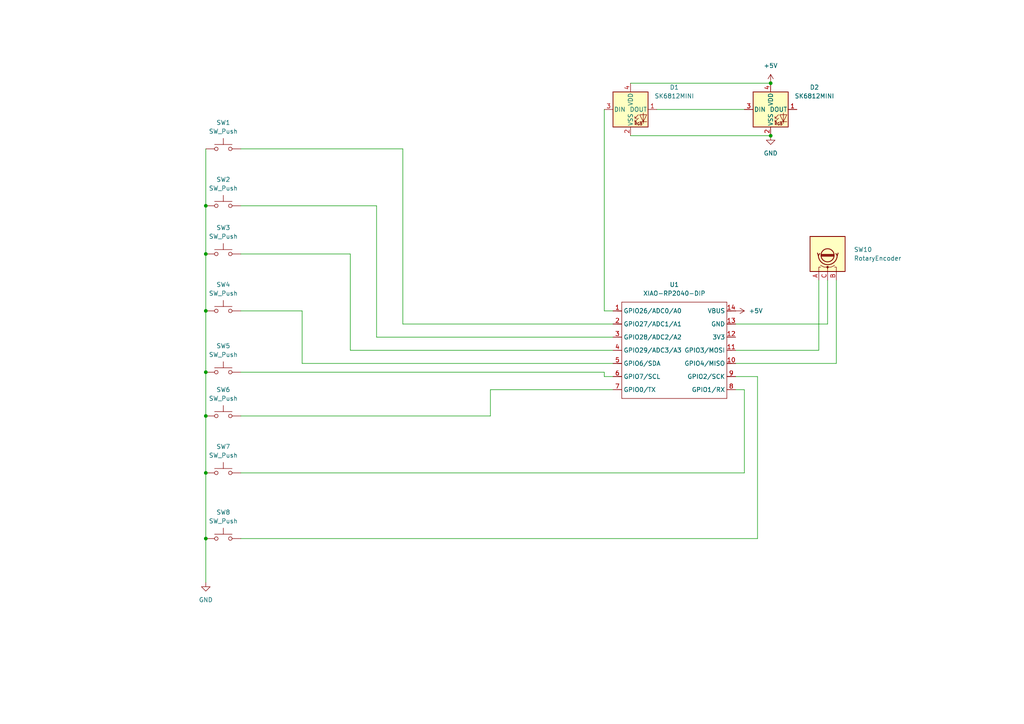
<source format=kicad_sch>
(kicad_sch
	(version 20250114)
	(generator "eeschema")
	(generator_version "9.0")
	(uuid "36b14674-9ff7-4470-8272-845e372f53da")
	(paper "A4")
	(lib_symbols
		(symbol "Device:RotaryEncoder"
			(pin_names
				(offset 0.254)
				(hide yes)
			)
			(exclude_from_sim no)
			(in_bom yes)
			(on_board yes)
			(property "Reference" "SW"
				(at 0 6.604 0)
				(effects
					(font
						(size 1.27 1.27)
					)
				)
			)
			(property "Value" "RotaryEncoder"
				(at 0 -6.604 0)
				(effects
					(font
						(size 1.27 1.27)
					)
				)
			)
			(property "Footprint" ""
				(at -3.81 4.064 0)
				(effects
					(font
						(size 1.27 1.27)
					)
					(hide yes)
				)
			)
			(property "Datasheet" "~"
				(at 0 6.604 0)
				(effects
					(font
						(size 1.27 1.27)
					)
					(hide yes)
				)
			)
			(property "Description" "Rotary encoder, dual channel, incremental quadrate outputs"
				(at 0 0 0)
				(effects
					(font
						(size 1.27 1.27)
					)
					(hide yes)
				)
			)
			(property "ki_keywords" "rotary switch encoder"
				(at 0 0 0)
				(effects
					(font
						(size 1.27 1.27)
					)
					(hide yes)
				)
			)
			(property "ki_fp_filters" "RotaryEncoder*"
				(at 0 0 0)
				(effects
					(font
						(size 1.27 1.27)
					)
					(hide yes)
				)
			)
			(symbol "RotaryEncoder_0_1"
				(rectangle
					(start -5.08 5.08)
					(end 5.08 -5.08)
					(stroke
						(width 0.254)
						(type default)
					)
					(fill
						(type background)
					)
				)
				(polyline
					(pts
						(xy -5.08 2.54) (xy -3.81 2.54) (xy -3.81 2.032)
					)
					(stroke
						(width 0)
						(type default)
					)
					(fill
						(type none)
					)
				)
				(polyline
					(pts
						(xy -5.08 0) (xy -3.81 0) (xy -3.81 -1.016) (xy -3.302 -2.032)
					)
					(stroke
						(width 0)
						(type default)
					)
					(fill
						(type none)
					)
				)
				(polyline
					(pts
						(xy -5.08 -2.54) (xy -3.81 -2.54) (xy -3.81 -2.032)
					)
					(stroke
						(width 0)
						(type default)
					)
					(fill
						(type none)
					)
				)
				(polyline
					(pts
						(xy -4.318 0) (xy -3.81 0) (xy -3.81 1.016) (xy -3.302 2.032)
					)
					(stroke
						(width 0)
						(type default)
					)
					(fill
						(type none)
					)
				)
				(circle
					(center -3.81 0)
					(radius 0.254)
					(stroke
						(width 0)
						(type default)
					)
					(fill
						(type outline)
					)
				)
				(polyline
					(pts
						(xy -0.635 -1.778) (xy -0.635 1.778)
					)
					(stroke
						(width 0.254)
						(type default)
					)
					(fill
						(type none)
					)
				)
				(circle
					(center -0.381 0)
					(radius 1.905)
					(stroke
						(width 0.254)
						(type default)
					)
					(fill
						(type none)
					)
				)
				(polyline
					(pts
						(xy -0.381 -1.778) (xy -0.381 1.778)
					)
					(stroke
						(width 0.254)
						(type default)
					)
					(fill
						(type none)
					)
				)
				(arc
					(start -0.381 -2.794)
					(mid -3.0988 -0.0635)
					(end -0.381 2.667)
					(stroke
						(width 0.254)
						(type default)
					)
					(fill
						(type none)
					)
				)
				(polyline
					(pts
						(xy -0.127 1.778) (xy -0.127 -1.778)
					)
					(stroke
						(width 0.254)
						(type default)
					)
					(fill
						(type none)
					)
				)
				(polyline
					(pts
						(xy 0.254 2.921) (xy -0.508 2.667) (xy 0.127 2.286)
					)
					(stroke
						(width 0.254)
						(type default)
					)
					(fill
						(type none)
					)
				)
				(polyline
					(pts
						(xy 0.254 -3.048) (xy -0.508 -2.794) (xy 0.127 -2.413)
					)
					(stroke
						(width 0.254)
						(type default)
					)
					(fill
						(type none)
					)
				)
			)
			(symbol "RotaryEncoder_1_1"
				(pin passive line
					(at -7.62 2.54 0)
					(length 2.54)
					(name "A"
						(effects
							(font
								(size 1.27 1.27)
							)
						)
					)
					(number "A"
						(effects
							(font
								(size 1.27 1.27)
							)
						)
					)
				)
				(pin passive line
					(at -7.62 0 0)
					(length 2.54)
					(name "C"
						(effects
							(font
								(size 1.27 1.27)
							)
						)
					)
					(number "C"
						(effects
							(font
								(size 1.27 1.27)
							)
						)
					)
				)
				(pin passive line
					(at -7.62 -2.54 0)
					(length 2.54)
					(name "B"
						(effects
							(font
								(size 1.27 1.27)
							)
						)
					)
					(number "B"
						(effects
							(font
								(size 1.27 1.27)
							)
						)
					)
				)
			)
			(embedded_fonts no)
		)
		(symbol "LED:SK6812MINI"
			(pin_names
				(offset 0.254)
			)
			(exclude_from_sim no)
			(in_bom yes)
			(on_board yes)
			(property "Reference" "D"
				(at 5.08 5.715 0)
				(effects
					(font
						(size 1.27 1.27)
					)
					(justify right bottom)
				)
			)
			(property "Value" "SK6812MINI"
				(at 1.27 -5.715 0)
				(effects
					(font
						(size 1.27 1.27)
					)
					(justify left top)
				)
			)
			(property "Footprint" "LED_SMD:LED_SK6812MINI_PLCC4_3.5x3.5mm_P1.75mm"
				(at 1.27 -7.62 0)
				(effects
					(font
						(size 1.27 1.27)
					)
					(justify left top)
					(hide yes)
				)
			)
			(property "Datasheet" "https://cdn-shop.adafruit.com/product-files/2686/SK6812MINI_REV.01-1-2.pdf"
				(at 2.54 -9.525 0)
				(effects
					(font
						(size 1.27 1.27)
					)
					(justify left top)
					(hide yes)
				)
			)
			(property "Description" "RGB LED with integrated controller"
				(at 0 0 0)
				(effects
					(font
						(size 1.27 1.27)
					)
					(hide yes)
				)
			)
			(property "ki_keywords" "RGB LED NeoPixel Mini addressable"
				(at 0 0 0)
				(effects
					(font
						(size 1.27 1.27)
					)
					(hide yes)
				)
			)
			(property "ki_fp_filters" "LED*SK6812MINI*PLCC*3.5x3.5mm*P1.75mm*"
				(at 0 0 0)
				(effects
					(font
						(size 1.27 1.27)
					)
					(hide yes)
				)
			)
			(symbol "SK6812MINI_0_0"
				(text "RGB"
					(at 2.286 -4.191 0)
					(effects
						(font
							(size 0.762 0.762)
						)
					)
				)
			)
			(symbol "SK6812MINI_0_1"
				(polyline
					(pts
						(xy 1.27 -2.54) (xy 1.778 -2.54)
					)
					(stroke
						(width 0)
						(type default)
					)
					(fill
						(type none)
					)
				)
				(polyline
					(pts
						(xy 1.27 -3.556) (xy 1.778 -3.556)
					)
					(stroke
						(width 0)
						(type default)
					)
					(fill
						(type none)
					)
				)
				(polyline
					(pts
						(xy 2.286 -1.524) (xy 1.27 -2.54) (xy 1.27 -2.032)
					)
					(stroke
						(width 0)
						(type default)
					)
					(fill
						(type none)
					)
				)
				(polyline
					(pts
						(xy 2.286 -2.54) (xy 1.27 -3.556) (xy 1.27 -3.048)
					)
					(stroke
						(width 0)
						(type default)
					)
					(fill
						(type none)
					)
				)
				(polyline
					(pts
						(xy 3.683 -1.016) (xy 3.683 -3.556) (xy 3.683 -4.064)
					)
					(stroke
						(width 0)
						(type default)
					)
					(fill
						(type none)
					)
				)
				(polyline
					(pts
						(xy 4.699 -1.524) (xy 2.667 -1.524) (xy 3.683 -3.556) (xy 4.699 -1.524)
					)
					(stroke
						(width 0)
						(type default)
					)
					(fill
						(type none)
					)
				)
				(polyline
					(pts
						(xy 4.699 -3.556) (xy 2.667 -3.556)
					)
					(stroke
						(width 0)
						(type default)
					)
					(fill
						(type none)
					)
				)
				(rectangle
					(start 5.08 5.08)
					(end -5.08 -5.08)
					(stroke
						(width 0.254)
						(type default)
					)
					(fill
						(type background)
					)
				)
			)
			(symbol "SK6812MINI_1_1"
				(pin input line
					(at -7.62 0 0)
					(length 2.54)
					(name "DIN"
						(effects
							(font
								(size 1.27 1.27)
							)
						)
					)
					(number "3"
						(effects
							(font
								(size 1.27 1.27)
							)
						)
					)
				)
				(pin power_in line
					(at 0 7.62 270)
					(length 2.54)
					(name "VDD"
						(effects
							(font
								(size 1.27 1.27)
							)
						)
					)
					(number "4"
						(effects
							(font
								(size 1.27 1.27)
							)
						)
					)
				)
				(pin power_in line
					(at 0 -7.62 90)
					(length 2.54)
					(name "VSS"
						(effects
							(font
								(size 1.27 1.27)
							)
						)
					)
					(number "2"
						(effects
							(font
								(size 1.27 1.27)
							)
						)
					)
				)
				(pin output line
					(at 7.62 0 180)
					(length 2.54)
					(name "DOUT"
						(effects
							(font
								(size 1.27 1.27)
							)
						)
					)
					(number "1"
						(effects
							(font
								(size 1.27 1.27)
							)
						)
					)
				)
			)
			(embedded_fonts no)
		)
		(symbol "Seeed_Studio_XIAO_Series:XIAO-RP2040-DIP"
			(exclude_from_sim no)
			(in_bom yes)
			(on_board yes)
			(property "Reference" "U"
				(at 0 0 0)
				(effects
					(font
						(size 1.27 1.27)
					)
				)
			)
			(property "Value" "XIAO-RP2040-DIP"
				(at 5.334 -1.778 0)
				(effects
					(font
						(size 1.27 1.27)
					)
				)
			)
			(property "Footprint" "Module:MOUDLE14P-XIAO-DIP-SMD"
				(at 14.478 -32.258 0)
				(effects
					(font
						(size 1.27 1.27)
					)
					(hide yes)
				)
			)
			(property "Datasheet" ""
				(at 0 0 0)
				(effects
					(font
						(size 1.27 1.27)
					)
					(hide yes)
				)
			)
			(property "Description" ""
				(at 0 0 0)
				(effects
					(font
						(size 1.27 1.27)
					)
					(hide yes)
				)
			)
			(symbol "XIAO-RP2040-DIP_1_0"
				(polyline
					(pts
						(xy -1.27 -2.54) (xy 29.21 -2.54)
					)
					(stroke
						(width 0.1524)
						(type solid)
					)
					(fill
						(type none)
					)
				)
				(polyline
					(pts
						(xy -1.27 -5.08) (xy -2.54 -5.08)
					)
					(stroke
						(width 0.1524)
						(type solid)
					)
					(fill
						(type none)
					)
				)
				(polyline
					(pts
						(xy -1.27 -5.08) (xy -1.27 -2.54)
					)
					(stroke
						(width 0.1524)
						(type solid)
					)
					(fill
						(type none)
					)
				)
				(polyline
					(pts
						(xy -1.27 -8.89) (xy -2.54 -8.89)
					)
					(stroke
						(width 0.1524)
						(type solid)
					)
					(fill
						(type none)
					)
				)
				(polyline
					(pts
						(xy -1.27 -8.89) (xy -1.27 -5.08)
					)
					(stroke
						(width 0.1524)
						(type solid)
					)
					(fill
						(type none)
					)
				)
				(polyline
					(pts
						(xy -1.27 -12.7) (xy -2.54 -12.7)
					)
					(stroke
						(width 0.1524)
						(type solid)
					)
					(fill
						(type none)
					)
				)
				(polyline
					(pts
						(xy -1.27 -12.7) (xy -1.27 -8.89)
					)
					(stroke
						(width 0.1524)
						(type solid)
					)
					(fill
						(type none)
					)
				)
				(polyline
					(pts
						(xy -1.27 -16.51) (xy -2.54 -16.51)
					)
					(stroke
						(width 0.1524)
						(type solid)
					)
					(fill
						(type none)
					)
				)
				(polyline
					(pts
						(xy -1.27 -16.51) (xy -1.27 -12.7)
					)
					(stroke
						(width 0.1524)
						(type solid)
					)
					(fill
						(type none)
					)
				)
				(polyline
					(pts
						(xy -1.27 -20.32) (xy -2.54 -20.32)
					)
					(stroke
						(width 0.1524)
						(type solid)
					)
					(fill
						(type none)
					)
				)
				(polyline
					(pts
						(xy -1.27 -24.13) (xy -2.54 -24.13)
					)
					(stroke
						(width 0.1524)
						(type solid)
					)
					(fill
						(type none)
					)
				)
				(polyline
					(pts
						(xy -1.27 -27.94) (xy -2.54 -27.94)
					)
					(stroke
						(width 0.1524)
						(type solid)
					)
					(fill
						(type none)
					)
				)
				(polyline
					(pts
						(xy -1.27 -30.48) (xy -1.27 -16.51)
					)
					(stroke
						(width 0.1524)
						(type solid)
					)
					(fill
						(type none)
					)
				)
				(polyline
					(pts
						(xy 29.21 -2.54) (xy 29.21 -5.08)
					)
					(stroke
						(width 0.1524)
						(type solid)
					)
					(fill
						(type none)
					)
				)
				(polyline
					(pts
						(xy 29.21 -5.08) (xy 29.21 -8.89)
					)
					(stroke
						(width 0.1524)
						(type solid)
					)
					(fill
						(type none)
					)
				)
				(polyline
					(pts
						(xy 29.21 -8.89) (xy 29.21 -12.7)
					)
					(stroke
						(width 0.1524)
						(type solid)
					)
					(fill
						(type none)
					)
				)
				(polyline
					(pts
						(xy 29.21 -12.7) (xy 29.21 -30.48)
					)
					(stroke
						(width 0.1524)
						(type solid)
					)
					(fill
						(type none)
					)
				)
				(polyline
					(pts
						(xy 29.21 -30.48) (xy -1.27 -30.48)
					)
					(stroke
						(width 0.1524)
						(type solid)
					)
					(fill
						(type none)
					)
				)
				(polyline
					(pts
						(xy 30.48 -5.08) (xy 29.21 -5.08)
					)
					(stroke
						(width 0.1524)
						(type solid)
					)
					(fill
						(type none)
					)
				)
				(polyline
					(pts
						(xy 30.48 -8.89) (xy 29.21 -8.89)
					)
					(stroke
						(width 0.1524)
						(type solid)
					)
					(fill
						(type none)
					)
				)
				(polyline
					(pts
						(xy 30.48 -12.7) (xy 29.21 -12.7)
					)
					(stroke
						(width 0.1524)
						(type solid)
					)
					(fill
						(type none)
					)
				)
				(polyline
					(pts
						(xy 30.48 -16.51) (xy 29.21 -16.51)
					)
					(stroke
						(width 0.1524)
						(type solid)
					)
					(fill
						(type none)
					)
				)
				(polyline
					(pts
						(xy 30.48 -20.32) (xy 29.21 -20.32)
					)
					(stroke
						(width 0.1524)
						(type solid)
					)
					(fill
						(type none)
					)
				)
				(polyline
					(pts
						(xy 30.48 -24.13) (xy 29.21 -24.13)
					)
					(stroke
						(width 0.1524)
						(type solid)
					)
					(fill
						(type none)
					)
				)
				(polyline
					(pts
						(xy 30.48 -27.94) (xy 29.21 -27.94)
					)
					(stroke
						(width 0.1524)
						(type solid)
					)
					(fill
						(type none)
					)
				)
				(pin passive line
					(at -3.81 -5.08 0)
					(length 2.54)
					(name "GPIO26/ADC0/A0"
						(effects
							(font
								(size 1.27 1.27)
							)
						)
					)
					(number "1"
						(effects
							(font
								(size 1.27 1.27)
							)
						)
					)
				)
				(pin passive line
					(at -3.81 -8.89 0)
					(length 2.54)
					(name "GPIO27/ADC1/A1"
						(effects
							(font
								(size 1.27 1.27)
							)
						)
					)
					(number "2"
						(effects
							(font
								(size 1.27 1.27)
							)
						)
					)
				)
				(pin passive line
					(at -3.81 -12.7 0)
					(length 2.54)
					(name "GPIO28/ADC2/A2"
						(effects
							(font
								(size 1.27 1.27)
							)
						)
					)
					(number "3"
						(effects
							(font
								(size 1.27 1.27)
							)
						)
					)
				)
				(pin passive line
					(at -3.81 -16.51 0)
					(length 2.54)
					(name "GPIO29/ADC3/A3"
						(effects
							(font
								(size 1.27 1.27)
							)
						)
					)
					(number "4"
						(effects
							(font
								(size 1.27 1.27)
							)
						)
					)
				)
				(pin passive line
					(at -3.81 -20.32 0)
					(length 2.54)
					(name "GPIO6/SDA"
						(effects
							(font
								(size 1.27 1.27)
							)
						)
					)
					(number "5"
						(effects
							(font
								(size 1.27 1.27)
							)
						)
					)
				)
				(pin passive line
					(at -3.81 -24.13 0)
					(length 2.54)
					(name "GPIO7/SCL"
						(effects
							(font
								(size 1.27 1.27)
							)
						)
					)
					(number "6"
						(effects
							(font
								(size 1.27 1.27)
							)
						)
					)
				)
				(pin passive line
					(at -3.81 -27.94 0)
					(length 2.54)
					(name "GPIO0/TX"
						(effects
							(font
								(size 1.27 1.27)
							)
						)
					)
					(number "7"
						(effects
							(font
								(size 1.27 1.27)
							)
						)
					)
				)
				(pin passive line
					(at 31.75 -5.08 180)
					(length 2.54)
					(name "VBUS"
						(effects
							(font
								(size 1.27 1.27)
							)
						)
					)
					(number "14"
						(effects
							(font
								(size 1.27 1.27)
							)
						)
					)
				)
				(pin passive line
					(at 31.75 -8.89 180)
					(length 2.54)
					(name "GND"
						(effects
							(font
								(size 1.27 1.27)
							)
						)
					)
					(number "13"
						(effects
							(font
								(size 1.27 1.27)
							)
						)
					)
				)
				(pin passive line
					(at 31.75 -12.7 180)
					(length 2.54)
					(name "3V3"
						(effects
							(font
								(size 1.27 1.27)
							)
						)
					)
					(number "12"
						(effects
							(font
								(size 1.27 1.27)
							)
						)
					)
				)
				(pin passive line
					(at 31.75 -16.51 180)
					(length 2.54)
					(name "GPIO3/MOSI"
						(effects
							(font
								(size 1.27 1.27)
							)
						)
					)
					(number "11"
						(effects
							(font
								(size 1.27 1.27)
							)
						)
					)
				)
				(pin passive line
					(at 31.75 -20.32 180)
					(length 2.54)
					(name "GPIO4/MISO"
						(effects
							(font
								(size 1.27 1.27)
							)
						)
					)
					(number "10"
						(effects
							(font
								(size 1.27 1.27)
							)
						)
					)
				)
				(pin passive line
					(at 31.75 -24.13 180)
					(length 2.54)
					(name "GPIO2/SCK"
						(effects
							(font
								(size 1.27 1.27)
							)
						)
					)
					(number "9"
						(effects
							(font
								(size 1.27 1.27)
							)
						)
					)
				)
				(pin passive line
					(at 31.75 -27.94 180)
					(length 2.54)
					(name "GPIO1/RX"
						(effects
							(font
								(size 1.27 1.27)
							)
						)
					)
					(number "8"
						(effects
							(font
								(size 1.27 1.27)
							)
						)
					)
				)
			)
			(embedded_fonts no)
		)
		(symbol "Switch:SW_Push"
			(pin_numbers
				(hide yes)
			)
			(pin_names
				(offset 1.016)
				(hide yes)
			)
			(exclude_from_sim no)
			(in_bom yes)
			(on_board yes)
			(property "Reference" "SW"
				(at 1.27 2.54 0)
				(effects
					(font
						(size 1.27 1.27)
					)
					(justify left)
				)
			)
			(property "Value" "SW_Push"
				(at 0 -1.524 0)
				(effects
					(font
						(size 1.27 1.27)
					)
				)
			)
			(property "Footprint" ""
				(at 0 5.08 0)
				(effects
					(font
						(size 1.27 1.27)
					)
					(hide yes)
				)
			)
			(property "Datasheet" "~"
				(at 0 5.08 0)
				(effects
					(font
						(size 1.27 1.27)
					)
					(hide yes)
				)
			)
			(property "Description" "Push button switch, generic, two pins"
				(at 0 0 0)
				(effects
					(font
						(size 1.27 1.27)
					)
					(hide yes)
				)
			)
			(property "ki_keywords" "switch normally-open pushbutton push-button"
				(at 0 0 0)
				(effects
					(font
						(size 1.27 1.27)
					)
					(hide yes)
				)
			)
			(symbol "SW_Push_0_1"
				(circle
					(center -2.032 0)
					(radius 0.508)
					(stroke
						(width 0)
						(type default)
					)
					(fill
						(type none)
					)
				)
				(polyline
					(pts
						(xy 0 1.27) (xy 0 3.048)
					)
					(stroke
						(width 0)
						(type default)
					)
					(fill
						(type none)
					)
				)
				(circle
					(center 2.032 0)
					(radius 0.508)
					(stroke
						(width 0)
						(type default)
					)
					(fill
						(type none)
					)
				)
				(polyline
					(pts
						(xy 2.54 1.27) (xy -2.54 1.27)
					)
					(stroke
						(width 0)
						(type default)
					)
					(fill
						(type none)
					)
				)
				(pin passive line
					(at -5.08 0 0)
					(length 2.54)
					(name "1"
						(effects
							(font
								(size 1.27 1.27)
							)
						)
					)
					(number "1"
						(effects
							(font
								(size 1.27 1.27)
							)
						)
					)
				)
				(pin passive line
					(at 5.08 0 180)
					(length 2.54)
					(name "2"
						(effects
							(font
								(size 1.27 1.27)
							)
						)
					)
					(number "2"
						(effects
							(font
								(size 1.27 1.27)
							)
						)
					)
				)
			)
			(embedded_fonts no)
		)
		(symbol "power:+5V"
			(power)
			(pin_numbers
				(hide yes)
			)
			(pin_names
				(offset 0)
				(hide yes)
			)
			(exclude_from_sim no)
			(in_bom yes)
			(on_board yes)
			(property "Reference" "#PWR"
				(at 0 -3.81 0)
				(effects
					(font
						(size 1.27 1.27)
					)
					(hide yes)
				)
			)
			(property "Value" "+5V"
				(at 0 3.556 0)
				(effects
					(font
						(size 1.27 1.27)
					)
				)
			)
			(property "Footprint" ""
				(at 0 0 0)
				(effects
					(font
						(size 1.27 1.27)
					)
					(hide yes)
				)
			)
			(property "Datasheet" ""
				(at 0 0 0)
				(effects
					(font
						(size 1.27 1.27)
					)
					(hide yes)
				)
			)
			(property "Description" "Power symbol creates a global label with name \"+5V\""
				(at 0 0 0)
				(effects
					(font
						(size 1.27 1.27)
					)
					(hide yes)
				)
			)
			(property "ki_keywords" "global power"
				(at 0 0 0)
				(effects
					(font
						(size 1.27 1.27)
					)
					(hide yes)
				)
			)
			(symbol "+5V_0_1"
				(polyline
					(pts
						(xy -0.762 1.27) (xy 0 2.54)
					)
					(stroke
						(width 0)
						(type default)
					)
					(fill
						(type none)
					)
				)
				(polyline
					(pts
						(xy 0 2.54) (xy 0.762 1.27)
					)
					(stroke
						(width 0)
						(type default)
					)
					(fill
						(type none)
					)
				)
				(polyline
					(pts
						(xy 0 0) (xy 0 2.54)
					)
					(stroke
						(width 0)
						(type default)
					)
					(fill
						(type none)
					)
				)
			)
			(symbol "+5V_1_1"
				(pin power_in line
					(at 0 0 90)
					(length 0)
					(name "~"
						(effects
							(font
								(size 1.27 1.27)
							)
						)
					)
					(number "1"
						(effects
							(font
								(size 1.27 1.27)
							)
						)
					)
				)
			)
			(embedded_fonts no)
		)
		(symbol "power:GND"
			(power)
			(pin_numbers
				(hide yes)
			)
			(pin_names
				(offset 0)
				(hide yes)
			)
			(exclude_from_sim no)
			(in_bom yes)
			(on_board yes)
			(property "Reference" "#PWR"
				(at 0 -6.35 0)
				(effects
					(font
						(size 1.27 1.27)
					)
					(hide yes)
				)
			)
			(property "Value" "GND"
				(at 0 -3.81 0)
				(effects
					(font
						(size 1.27 1.27)
					)
				)
			)
			(property "Footprint" ""
				(at 0 0 0)
				(effects
					(font
						(size 1.27 1.27)
					)
					(hide yes)
				)
			)
			(property "Datasheet" ""
				(at 0 0 0)
				(effects
					(font
						(size 1.27 1.27)
					)
					(hide yes)
				)
			)
			(property "Description" "Power symbol creates a global label with name \"GND\" , ground"
				(at 0 0 0)
				(effects
					(font
						(size 1.27 1.27)
					)
					(hide yes)
				)
			)
			(property "ki_keywords" "global power"
				(at 0 0 0)
				(effects
					(font
						(size 1.27 1.27)
					)
					(hide yes)
				)
			)
			(symbol "GND_0_1"
				(polyline
					(pts
						(xy 0 0) (xy 0 -1.27) (xy 1.27 -1.27) (xy 0 -2.54) (xy -1.27 -1.27) (xy 0 -1.27)
					)
					(stroke
						(width 0)
						(type default)
					)
					(fill
						(type none)
					)
				)
			)
			(symbol "GND_1_1"
				(pin power_in line
					(at 0 0 270)
					(length 0)
					(name "~"
						(effects
							(font
								(size 1.27 1.27)
							)
						)
					)
					(number "1"
						(effects
							(font
								(size 1.27 1.27)
							)
						)
					)
				)
			)
			(embedded_fonts no)
		)
	)
	(junction
		(at 59.69 73.66)
		(diameter 0)
		(color 0 0 0 0)
		(uuid "5789150b-aa9f-448f-860f-3a3f2faa8b44")
	)
	(junction
		(at 59.69 156.21)
		(diameter 0)
		(color 0 0 0 0)
		(uuid "5a5d3472-f7ec-4de5-9fd8-657cbaa64f62")
	)
	(junction
		(at 59.69 59.69)
		(diameter 0)
		(color 0 0 0 0)
		(uuid "8d5a93f4-a8bb-4434-8043-d794b0febcdf")
	)
	(junction
		(at 59.69 107.95)
		(diameter 0)
		(color 0 0 0 0)
		(uuid "b21b2eb5-71f6-494f-852a-a4f8278b9ab2")
	)
	(junction
		(at 223.52 39.37)
		(diameter 0)
		(color 0 0 0 0)
		(uuid "b6dff0a3-b979-4c2a-8e00-5811d3b192a2")
	)
	(junction
		(at 59.69 137.16)
		(diameter 0)
		(color 0 0 0 0)
		(uuid "c861a116-5a1d-4317-81a6-c9bd9c859891")
	)
	(junction
		(at 59.69 90.17)
		(diameter 0)
		(color 0 0 0 0)
		(uuid "f0d00373-f921-4806-b0d5-d0a1a8d0172d")
	)
	(junction
		(at 223.52 24.13)
		(diameter 0)
		(color 0 0 0 0)
		(uuid "f9b52c90-e4dc-48c2-9814-d5dc57535eb0")
	)
	(junction
		(at 59.69 120.65)
		(diameter 0)
		(color 0 0 0 0)
		(uuid "fa41876c-583d-4d9a-a1f7-4496459e2c2d")
	)
	(wire
		(pts
			(xy 59.69 90.17) (xy 59.69 107.95)
		)
		(stroke
			(width 0)
			(type default)
		)
		(uuid "00491b03-eb2c-4c6d-b330-986ebe540b03")
	)
	(wire
		(pts
			(xy 87.63 105.41) (xy 177.8 105.41)
		)
		(stroke
			(width 0)
			(type default)
		)
		(uuid "09e1af81-7e23-4bb2-ac67-aa8d3b539f1d")
	)
	(wire
		(pts
			(xy 175.26 31.75) (xy 175.26 90.17)
		)
		(stroke
			(width 0)
			(type default)
		)
		(uuid "192598d0-d88b-45d1-b500-a80f82993806")
	)
	(wire
		(pts
			(xy 242.57 81.28) (xy 242.57 105.41)
		)
		(stroke
			(width 0)
			(type default)
		)
		(uuid "1c2ed1a7-52bc-4a60-a291-05ad2516646c")
	)
	(wire
		(pts
			(xy 142.24 120.65) (xy 142.24 113.03)
		)
		(stroke
			(width 0)
			(type default)
		)
		(uuid "26ca03b0-53f6-4d43-9aa5-ab47d8647fea")
	)
	(wire
		(pts
			(xy 142.24 113.03) (xy 177.8 113.03)
		)
		(stroke
			(width 0)
			(type default)
		)
		(uuid "443e1314-dd75-46bb-a542-7be2c895e95e")
	)
	(wire
		(pts
			(xy 101.6 101.6) (xy 177.8 101.6)
		)
		(stroke
			(width 0)
			(type default)
		)
		(uuid "4c0ea8b9-30e4-4c5c-97a1-aa36e0820c29")
	)
	(wire
		(pts
			(xy 182.88 24.13) (xy 223.52 24.13)
		)
		(stroke
			(width 0)
			(type default)
		)
		(uuid "56128601-b3e4-4f34-b8fa-8c2b6d4b8a4f")
	)
	(wire
		(pts
			(xy 215.9 137.16) (xy 215.9 113.03)
		)
		(stroke
			(width 0)
			(type default)
		)
		(uuid "5b0a83a8-536d-45be-a74a-0f4facf4a884")
	)
	(wire
		(pts
			(xy 59.69 120.65) (xy 59.69 137.16)
		)
		(stroke
			(width 0)
			(type default)
		)
		(uuid "5bb90a7c-e4e7-4a05-bf57-66ee906f0ac6")
	)
	(wire
		(pts
			(xy 69.85 120.65) (xy 142.24 120.65)
		)
		(stroke
			(width 0)
			(type default)
		)
		(uuid "5f3641a1-1ea7-4dbd-ad76-c1d2b6029e3b")
	)
	(wire
		(pts
			(xy 116.84 43.18) (xy 116.84 93.98)
		)
		(stroke
			(width 0)
			(type default)
		)
		(uuid "60c70f21-bcf2-489a-94de-be1a1764bc66")
	)
	(wire
		(pts
			(xy 175.26 107.95) (xy 175.26 109.22)
		)
		(stroke
			(width 0)
			(type default)
		)
		(uuid "78204101-3b5e-4573-a175-83a1af7c526c")
	)
	(wire
		(pts
			(xy 213.36 105.41) (xy 242.57 105.41)
		)
		(stroke
			(width 0)
			(type default)
		)
		(uuid "798c772c-6a65-48bc-b1e2-fa2a8f761887")
	)
	(wire
		(pts
			(xy 87.63 105.41) (xy 87.63 90.17)
		)
		(stroke
			(width 0)
			(type default)
		)
		(uuid "7b498c5e-0a2d-478b-862b-cede16fcf1ef")
	)
	(wire
		(pts
			(xy 237.49 81.28) (xy 237.49 101.6)
		)
		(stroke
			(width 0)
			(type default)
		)
		(uuid "84bca57a-d7ea-47e8-b040-046a0d853e92")
	)
	(wire
		(pts
			(xy 109.22 97.79) (xy 177.8 97.79)
		)
		(stroke
			(width 0)
			(type default)
		)
		(uuid "85beb590-c44b-437b-9cea-1e5a827f8f7f")
	)
	(wire
		(pts
			(xy 175.26 90.17) (xy 177.8 90.17)
		)
		(stroke
			(width 0)
			(type default)
		)
		(uuid "8743b3de-a312-48c0-b32f-d2fee5ed7bbb")
	)
	(wire
		(pts
			(xy 69.85 156.21) (xy 219.71 156.21)
		)
		(stroke
			(width 0)
			(type default)
		)
		(uuid "8a0560d0-dba6-444a-b78b-03b1f0df87a2")
	)
	(wire
		(pts
			(xy 175.26 109.22) (xy 177.8 109.22)
		)
		(stroke
			(width 0)
			(type default)
		)
		(uuid "8c7521c4-8c88-4743-b880-7f32897d683d")
	)
	(wire
		(pts
			(xy 219.71 156.21) (xy 219.71 109.22)
		)
		(stroke
			(width 0)
			(type default)
		)
		(uuid "8fc4182f-036e-4bcf-92bc-ea7cffef97d3")
	)
	(wire
		(pts
			(xy 109.22 59.69) (xy 109.22 97.79)
		)
		(stroke
			(width 0)
			(type default)
		)
		(uuid "930b6e70-9c77-40a0-8d5f-b5e7d35f0054")
	)
	(wire
		(pts
			(xy 182.88 39.37) (xy 223.52 39.37)
		)
		(stroke
			(width 0)
			(type default)
		)
		(uuid "942bfd31-1dd5-4eb3-ac10-5107b2a7172b")
	)
	(wire
		(pts
			(xy 101.6 73.66) (xy 101.6 101.6)
		)
		(stroke
			(width 0)
			(type default)
		)
		(uuid "9a713b40-18ee-4450-971e-cd6eaf02c640")
	)
	(wire
		(pts
			(xy 69.85 59.69) (xy 109.22 59.69)
		)
		(stroke
			(width 0)
			(type default)
		)
		(uuid "9ae9e747-4079-4117-a775-94a33d3ef50c")
	)
	(wire
		(pts
			(xy 87.63 90.17) (xy 69.85 90.17)
		)
		(stroke
			(width 0)
			(type default)
		)
		(uuid "a06090e5-81ed-4ff7-ba8b-069c075d450d")
	)
	(wire
		(pts
			(xy 213.36 109.22) (xy 219.71 109.22)
		)
		(stroke
			(width 0)
			(type default)
		)
		(uuid "abf16745-05e6-4b11-92fd-f371d2ebcffb")
	)
	(wire
		(pts
			(xy 59.69 59.69) (xy 59.69 73.66)
		)
		(stroke
			(width 0)
			(type default)
		)
		(uuid "ac500a00-be66-49d7-9410-1604f1d5ec71")
	)
	(wire
		(pts
			(xy 59.69 156.21) (xy 59.69 168.91)
		)
		(stroke
			(width 0)
			(type default)
		)
		(uuid "b3268b4d-34a1-423b-a05e-70b83215526e")
	)
	(wire
		(pts
			(xy 240.03 93.98) (xy 240.03 81.28)
		)
		(stroke
			(width 0)
			(type default)
		)
		(uuid "b915442e-cb08-4521-98f2-6f19b5fb76d5")
	)
	(wire
		(pts
			(xy 69.85 107.95) (xy 175.26 107.95)
		)
		(stroke
			(width 0)
			(type default)
		)
		(uuid "b9685547-3e15-4a34-b5aa-7bbc481788b8")
	)
	(wire
		(pts
			(xy 59.69 137.16) (xy 59.69 156.21)
		)
		(stroke
			(width 0)
			(type default)
		)
		(uuid "bb8d22b5-9174-4e67-a8d3-173cd9de5e47")
	)
	(wire
		(pts
			(xy 116.84 93.98) (xy 177.8 93.98)
		)
		(stroke
			(width 0)
			(type default)
		)
		(uuid "be8202df-2151-4b5a-92ed-67d19dd9966b")
	)
	(wire
		(pts
			(xy 69.85 43.18) (xy 116.84 43.18)
		)
		(stroke
			(width 0)
			(type default)
		)
		(uuid "c07fcd0d-9f75-4d31-bec2-bad2571b3bba")
	)
	(wire
		(pts
			(xy 190.5 31.75) (xy 215.9 31.75)
		)
		(stroke
			(width 0)
			(type default)
		)
		(uuid "c7d3e88e-2689-4b12-a1a1-27e04f554f0c")
	)
	(wire
		(pts
			(xy 69.85 137.16) (xy 215.9 137.16)
		)
		(stroke
			(width 0)
			(type default)
		)
		(uuid "cd9cfcac-1f3e-4cde-a1b5-e146c3d16135")
	)
	(wire
		(pts
			(xy 213.36 101.6) (xy 237.49 101.6)
		)
		(stroke
			(width 0)
			(type default)
		)
		(uuid "d885202e-492d-44fd-baec-262afcadb5ab")
	)
	(wire
		(pts
			(xy 213.36 113.03) (xy 215.9 113.03)
		)
		(stroke
			(width 0)
			(type default)
		)
		(uuid "d92cbc2a-fd77-4d25-9aeb-64ed82930286")
	)
	(wire
		(pts
			(xy 213.36 93.98) (xy 240.03 93.98)
		)
		(stroke
			(width 0)
			(type default)
		)
		(uuid "da9f7f8a-f3e0-4a65-af0e-f89305d2813f")
	)
	(wire
		(pts
			(xy 69.85 73.66) (xy 101.6 73.66)
		)
		(stroke
			(width 0)
			(type default)
		)
		(uuid "dd57bb97-db2f-4e14-82f9-0a82b86ca0c0")
	)
	(wire
		(pts
			(xy 59.69 43.18) (xy 59.69 59.69)
		)
		(stroke
			(width 0)
			(type default)
		)
		(uuid "dedc68e6-1123-4a8a-bf64-10721968f377")
	)
	(wire
		(pts
			(xy 59.69 107.95) (xy 59.69 120.65)
		)
		(stroke
			(width 0)
			(type default)
		)
		(uuid "e3c6a5ae-5d95-40fa-b016-c809cf7b871e")
	)
	(wire
		(pts
			(xy 59.69 73.66) (xy 59.69 90.17)
		)
		(stroke
			(width 0)
			(type default)
		)
		(uuid "f46656b2-4acb-4fe5-9075-98deb2d0ef68")
	)
	(symbol
		(lib_id "power:GND")
		(at 59.69 168.91 0)
		(unit 1)
		(exclude_from_sim no)
		(in_bom yes)
		(on_board yes)
		(dnp no)
		(fields_autoplaced yes)
		(uuid "273c59d4-525d-4f68-9516-336994a0e6eb")
		(property "Reference" "#PWR01"
			(at 59.69 175.26 0)
			(effects
				(font
					(size 1.27 1.27)
				)
				(hide yes)
			)
		)
		(property "Value" "GND"
			(at 59.69 173.99 0)
			(effects
				(font
					(size 1.27 1.27)
				)
			)
		)
		(property "Footprint" ""
			(at 59.69 168.91 0)
			(effects
				(font
					(size 1.27 1.27)
				)
				(hide yes)
			)
		)
		(property "Datasheet" ""
			(at 59.69 168.91 0)
			(effects
				(font
					(size 1.27 1.27)
				)
				(hide yes)
			)
		)
		(property "Description" "Power symbol creates a global label with name \"GND\" , ground"
			(at 59.69 168.91 0)
			(effects
				(font
					(size 1.27 1.27)
				)
				(hide yes)
			)
		)
		(pin "1"
			(uuid "bdc8e17a-4acb-4554-9012-2fd74244efb1")
		)
		(instances
			(project "Macropad4"
				(path "/36b14674-9ff7-4470-8272-845e372f53da"
					(reference "#PWR01")
					(unit 1)
				)
			)
		)
	)
	(symbol
		(lib_id "Switch:SW_Push")
		(at 64.77 59.69 0)
		(unit 1)
		(exclude_from_sim no)
		(in_bom yes)
		(on_board yes)
		(dnp no)
		(fields_autoplaced yes)
		(uuid "480369c8-9b62-4b8a-96a0-6bf4c4d75fd3")
		(property "Reference" "SW2"
			(at 64.77 52.07 0)
			(effects
				(font
					(size 1.27 1.27)
				)
			)
		)
		(property "Value" "SW_Push"
			(at 64.77 54.61 0)
			(effects
				(font
					(size 1.27 1.27)
				)
			)
		)
		(property "Footprint" "Button_Switch_Keyboard:SW_Cherry_MX_1.00u_PCB"
			(at 64.77 54.61 0)
			(effects
				(font
					(size 1.27 1.27)
				)
				(hide yes)
			)
		)
		(property "Datasheet" "~"
			(at 64.77 54.61 0)
			(effects
				(font
					(size 1.27 1.27)
				)
				(hide yes)
			)
		)
		(property "Description" "Push button switch, generic, two pins"
			(at 64.77 59.69 0)
			(effects
				(font
					(size 1.27 1.27)
				)
				(hide yes)
			)
		)
		(pin "2"
			(uuid "c2826454-fd90-4f17-aab5-0e93ef8e005b")
		)
		(pin "1"
			(uuid "4687e2cb-d473-40c4-91dc-5ed7c052138c")
		)
		(instances
			(project "Macropad4"
				(path "/36b14674-9ff7-4470-8272-845e372f53da"
					(reference "SW2")
					(unit 1)
				)
			)
		)
	)
	(symbol
		(lib_id "power:GND")
		(at 223.52 39.37 0)
		(unit 1)
		(exclude_from_sim no)
		(in_bom yes)
		(on_board yes)
		(dnp no)
		(fields_autoplaced yes)
		(uuid "55dbdc92-2bb8-4fe6-94ac-3f4819dc80c4")
		(property "Reference" "#PWR05"
			(at 223.52 45.72 0)
			(effects
				(font
					(size 1.27 1.27)
				)
				(hide yes)
			)
		)
		(property "Value" "GND"
			(at 223.52 44.45 0)
			(effects
				(font
					(size 1.27 1.27)
				)
			)
		)
		(property "Footprint" ""
			(at 223.52 39.37 0)
			(effects
				(font
					(size 1.27 1.27)
				)
				(hide yes)
			)
		)
		(property "Datasheet" ""
			(at 223.52 39.37 0)
			(effects
				(font
					(size 1.27 1.27)
				)
				(hide yes)
			)
		)
		(property "Description" "Power symbol creates a global label with name \"GND\" , ground"
			(at 223.52 39.37 0)
			(effects
				(font
					(size 1.27 1.27)
				)
				(hide yes)
			)
		)
		(pin "1"
			(uuid "995e0e71-5652-4ff4-9c71-9d2a89d35284")
		)
		(instances
			(project "Macropad4"
				(path "/36b14674-9ff7-4470-8272-845e372f53da"
					(reference "#PWR05")
					(unit 1)
				)
			)
		)
	)
	(symbol
		(lib_id "Switch:SW_Push")
		(at 64.77 73.66 0)
		(unit 1)
		(exclude_from_sim no)
		(in_bom yes)
		(on_board yes)
		(dnp no)
		(fields_autoplaced yes)
		(uuid "5b2f61f8-0c12-4624-9c2d-07331646335f")
		(property "Reference" "SW3"
			(at 64.77 66.04 0)
			(effects
				(font
					(size 1.27 1.27)
				)
			)
		)
		(property "Value" "SW_Push"
			(at 64.77 68.58 0)
			(effects
				(font
					(size 1.27 1.27)
				)
			)
		)
		(property "Footprint" "Button_Switch_Keyboard:SW_Cherry_MX_1.00u_PCB"
			(at 64.77 68.58 0)
			(effects
				(font
					(size 1.27 1.27)
				)
				(hide yes)
			)
		)
		(property "Datasheet" "~"
			(at 64.77 68.58 0)
			(effects
				(font
					(size 1.27 1.27)
				)
				(hide yes)
			)
		)
		(property "Description" "Push button switch, generic, two pins"
			(at 64.77 73.66 0)
			(effects
				(font
					(size 1.27 1.27)
				)
				(hide yes)
			)
		)
		(pin "2"
			(uuid "186f91db-4da3-401b-84d6-b46d704a6024")
		)
		(pin "1"
			(uuid "ec3e374d-b099-4c6a-a044-b27575807fa3")
		)
		(instances
			(project "Macropad4"
				(path "/36b14674-9ff7-4470-8272-845e372f53da"
					(reference "SW3")
					(unit 1)
				)
			)
		)
	)
	(symbol
		(lib_id "Switch:SW_Push")
		(at 64.77 43.18 0)
		(unit 1)
		(exclude_from_sim no)
		(in_bom yes)
		(on_board yes)
		(dnp no)
		(fields_autoplaced yes)
		(uuid "665c53db-a430-43d4-905d-51bec17b4005")
		(property "Reference" "SW1"
			(at 64.77 35.56 0)
			(effects
				(font
					(size 1.27 1.27)
				)
			)
		)
		(property "Value" "SW_Push"
			(at 64.77 38.1 0)
			(effects
				(font
					(size 1.27 1.27)
				)
			)
		)
		(property "Footprint" "Button_Switch_Keyboard:SW_Cherry_MX_1.00u_PCB"
			(at 64.77 38.1 0)
			(effects
				(font
					(size 1.27 1.27)
				)
				(hide yes)
			)
		)
		(property "Datasheet" "~"
			(at 64.77 38.1 0)
			(effects
				(font
					(size 1.27 1.27)
				)
				(hide yes)
			)
		)
		(property "Description" "Push button switch, generic, two pins"
			(at 64.77 43.18 0)
			(effects
				(font
					(size 1.27 1.27)
				)
				(hide yes)
			)
		)
		(pin "2"
			(uuid "8f049c92-73ea-49ca-9099-4eb43a500ad3")
		)
		(pin "1"
			(uuid "780349a8-6e3f-43e4-b764-ec77c578fa22")
		)
		(instances
			(project "Macropad4"
				(path "/36b14674-9ff7-4470-8272-845e372f53da"
					(reference "SW1")
					(unit 1)
				)
			)
		)
	)
	(symbol
		(lib_id "LED:SK6812MINI")
		(at 182.88 31.75 0)
		(unit 1)
		(exclude_from_sim no)
		(in_bom yes)
		(on_board yes)
		(dnp no)
		(uuid "68d95075-a5cb-43f4-a0d1-020bbb11c6ea")
		(property "Reference" "D1"
			(at 195.58 25.3298 0)
			(effects
				(font
					(size 1.27 1.27)
				)
			)
		)
		(property "Value" "SK6812MINI"
			(at 195.58 27.8698 0)
			(effects
				(font
					(size 1.27 1.27)
				)
			)
		)
		(property "Footprint" "LED_SMD:LED_SK6812MINI_PLCC4_3.5x3.5mm_P1.75mm"
			(at 184.15 39.37 0)
			(effects
				(font
					(size 1.27 1.27)
				)
				(justify left top)
				(hide yes)
			)
		)
		(property "Datasheet" "https://cdn-shop.adafruit.com/product-files/2686/SK6812MINI_REV.01-1-2.pdf"
			(at 185.42 41.275 0)
			(effects
				(font
					(size 1.27 1.27)
				)
				(justify left top)
				(hide yes)
			)
		)
		(property "Description" "RGB LED with integrated controller"
			(at 182.88 31.75 0)
			(effects
				(font
					(size 1.27 1.27)
				)
				(hide yes)
			)
		)
		(pin "4"
			(uuid "6e882190-b886-484b-ac93-c1cff2eba7c1")
		)
		(pin "3"
			(uuid "67f188a6-52eb-4d5c-beb3-d7ab65d18159")
		)
		(pin "2"
			(uuid "2eb3c293-eebb-4b9b-9a1c-759c23d4a7c5")
		)
		(pin "1"
			(uuid "fa513959-d9d5-4015-a95e-e571739bc6ef")
		)
		(instances
			(project "Macropad4"
				(path "/36b14674-9ff7-4470-8272-845e372f53da"
					(reference "D1")
					(unit 1)
				)
			)
		)
	)
	(symbol
		(lib_id "Seeed_Studio_XIAO_Series:XIAO-RP2040-DIP")
		(at 181.61 85.09 0)
		(unit 1)
		(exclude_from_sim no)
		(in_bom yes)
		(on_board yes)
		(dnp no)
		(uuid "6b491257-6213-4e99-9c53-f2edacc4449a")
		(property "Reference" "U1"
			(at 195.58 82.55 0)
			(effects
				(font
					(size 1.27 1.27)
				)
			)
		)
		(property "Value" "XIAO-RP2040-DIP"
			(at 195.58 85.09 0)
			(effects
				(font
					(size 1.27 1.27)
				)
			)
		)
		(property "Footprint" "XIAO_Series_Library:XIAO-RP2040-DIP"
			(at 196.088 117.348 0)
			(effects
				(font
					(size 1.27 1.27)
				)
				(hide yes)
			)
		)
		(property "Datasheet" ""
			(at 181.61 85.09 0)
			(effects
				(font
					(size 1.27 1.27)
				)
				(hide yes)
			)
		)
		(property "Description" ""
			(at 181.61 85.09 0)
			(effects
				(font
					(size 1.27 1.27)
				)
				(hide yes)
			)
		)
		(pin "1"
			(uuid "c034e0b3-5d93-42f2-9ab7-30a667f16060")
		)
		(pin "6"
			(uuid "dc8847f3-5efe-4375-abd9-e92634d529f2")
		)
		(pin "5"
			(uuid "8a8d666e-93a4-41f2-9ca7-1a0be1689f0d")
		)
		(pin "7"
			(uuid "1d07e9f7-8796-458d-95ba-7d40a5eb30c4")
		)
		(pin "13"
			(uuid "2594d79c-1f38-4b98-ba2d-5b9f96721576")
		)
		(pin "8"
			(uuid "7c800735-3789-4634-a12e-173cca9f213d")
		)
		(pin "9"
			(uuid "f58bec80-f522-48eb-9ea9-46c7dc96b8c5")
		)
		(pin "3"
			(uuid "c69f2b07-7f66-40a8-9f25-785cdbcfc983")
		)
		(pin "10"
			(uuid "191e43ae-929f-4653-857d-b108ad22bf91")
		)
		(pin "4"
			(uuid "2a6933f3-9c17-4eae-8640-e3ba4a59d22e")
		)
		(pin "12"
			(uuid "36ece72b-c08d-4f8a-b524-3b3083b41958")
		)
		(pin "11"
			(uuid "7c9214f7-3479-4cc8-9ab1-a53e76fdd095")
		)
		(pin "2"
			(uuid "a29ea597-2186-4e2b-a90e-7ab8147aa3f9")
		)
		(pin "14"
			(uuid "9000566a-f71f-4451-8761-5f168e9455a7")
		)
		(instances
			(project "Macropad4"
				(path "/36b14674-9ff7-4470-8272-845e372f53da"
					(reference "U1")
					(unit 1)
				)
			)
		)
	)
	(symbol
		(lib_id "Device:RotaryEncoder")
		(at 240.03 73.66 90)
		(unit 1)
		(exclude_from_sim no)
		(in_bom yes)
		(on_board yes)
		(dnp no)
		(fields_autoplaced yes)
		(uuid "73eec17d-a0b2-4193-be18-c8081fe75dce")
		(property "Reference" "SW10"
			(at 247.65 72.3899 90)
			(effects
				(font
					(size 1.27 1.27)
				)
				(justify right)
			)
		)
		(property "Value" "RotaryEncoder"
			(at 247.65 74.9299 90)
			(effects
				(font
					(size 1.27 1.27)
				)
				(justify right)
			)
		)
		(property "Footprint" "Rotary_Encoder:RotaryEncoder_Alps_EC11E_Vertical_H20mm"
			(at 235.966 77.47 0)
			(effects
				(font
					(size 1.27 1.27)
				)
				(hide yes)
			)
		)
		(property "Datasheet" "~"
			(at 233.426 73.66 0)
			(effects
				(font
					(size 1.27 1.27)
				)
				(hide yes)
			)
		)
		(property "Description" "Rotary encoder, dual channel, incremental quadrate outputs"
			(at 240.03 73.66 0)
			(effects
				(font
					(size 1.27 1.27)
				)
				(hide yes)
			)
		)
		(pin "B"
			(uuid "42561baa-37a4-4416-ab04-03a93093f273")
		)
		(pin "A"
			(uuid "9de92013-0a11-4701-8656-f39217392ce6")
		)
		(pin "C"
			(uuid "72c954e8-8bdf-4dc3-950f-2501e9e611a3")
		)
		(instances
			(project ""
				(path "/36b14674-9ff7-4470-8272-845e372f53da"
					(reference "SW10")
					(unit 1)
				)
			)
		)
	)
	(symbol
		(lib_id "Switch:SW_Push")
		(at 64.77 120.65 0)
		(unit 1)
		(exclude_from_sim no)
		(in_bom yes)
		(on_board yes)
		(dnp no)
		(fields_autoplaced yes)
		(uuid "86f31ba7-660e-4f6f-9981-03b966cfb4fd")
		(property "Reference" "SW6"
			(at 64.77 113.03 0)
			(effects
				(font
					(size 1.27 1.27)
				)
			)
		)
		(property "Value" "SW_Push"
			(at 64.77 115.57 0)
			(effects
				(font
					(size 1.27 1.27)
				)
			)
		)
		(property "Footprint" "Button_Switch_Keyboard:SW_Cherry_MX_1.00u_PCB"
			(at 64.77 115.57 0)
			(effects
				(font
					(size 1.27 1.27)
				)
				(hide yes)
			)
		)
		(property "Datasheet" "~"
			(at 64.77 115.57 0)
			(effects
				(font
					(size 1.27 1.27)
				)
				(hide yes)
			)
		)
		(property "Description" "Push button switch, generic, two pins"
			(at 64.77 120.65 0)
			(effects
				(font
					(size 1.27 1.27)
				)
				(hide yes)
			)
		)
		(pin "2"
			(uuid "8f6d85c8-56be-4251-912f-88d03020cddc")
		)
		(pin "1"
			(uuid "8e199d29-d665-4f20-a55e-0659b632f774")
		)
		(instances
			(project "Macropad4"
				(path "/36b14674-9ff7-4470-8272-845e372f53da"
					(reference "SW6")
					(unit 1)
				)
			)
		)
	)
	(symbol
		(lib_id "Switch:SW_Push")
		(at 64.77 90.17 0)
		(unit 1)
		(exclude_from_sim no)
		(in_bom yes)
		(on_board yes)
		(dnp no)
		(fields_autoplaced yes)
		(uuid "9e20434d-1b6c-4b9b-89b9-fab72a318e64")
		(property "Reference" "SW4"
			(at 64.77 82.55 0)
			(effects
				(font
					(size 1.27 1.27)
				)
			)
		)
		(property "Value" "SW_Push"
			(at 64.77 85.09 0)
			(effects
				(font
					(size 1.27 1.27)
				)
			)
		)
		(property "Footprint" "Button_Switch_Keyboard:SW_Cherry_MX_1.00u_PCB"
			(at 64.77 85.09 0)
			(effects
				(font
					(size 1.27 1.27)
				)
				(hide yes)
			)
		)
		(property "Datasheet" "~"
			(at 64.77 85.09 0)
			(effects
				(font
					(size 1.27 1.27)
				)
				(hide yes)
			)
		)
		(property "Description" "Push button switch, generic, two pins"
			(at 64.77 90.17 0)
			(effects
				(font
					(size 1.27 1.27)
				)
				(hide yes)
			)
		)
		(pin "2"
			(uuid "846fce54-4b1b-4c8b-a7e7-11c2c2fac34f")
		)
		(pin "1"
			(uuid "aaa04041-d90e-49ad-9321-b3a4cb07a17e")
		)
		(instances
			(project "Macropad4"
				(path "/36b14674-9ff7-4470-8272-845e372f53da"
					(reference "SW4")
					(unit 1)
				)
			)
		)
	)
	(symbol
		(lib_id "Switch:SW_Push")
		(at 64.77 107.95 0)
		(unit 1)
		(exclude_from_sim no)
		(in_bom yes)
		(on_board yes)
		(dnp no)
		(fields_autoplaced yes)
		(uuid "ab5a7108-59d5-4ccb-9f47-9f8ce7d062a8")
		(property "Reference" "SW5"
			(at 64.77 100.33 0)
			(effects
				(font
					(size 1.27 1.27)
				)
			)
		)
		(property "Value" "SW_Push"
			(at 64.77 102.87 0)
			(effects
				(font
					(size 1.27 1.27)
				)
			)
		)
		(property "Footprint" "Button_Switch_Keyboard:SW_Cherry_MX_1.00u_PCB"
			(at 64.77 102.87 0)
			(effects
				(font
					(size 1.27 1.27)
				)
				(hide yes)
			)
		)
		(property "Datasheet" "~"
			(at 64.77 102.87 0)
			(effects
				(font
					(size 1.27 1.27)
				)
				(hide yes)
			)
		)
		(property "Description" "Push button switch, generic, two pins"
			(at 64.77 107.95 0)
			(effects
				(font
					(size 1.27 1.27)
				)
				(hide yes)
			)
		)
		(pin "2"
			(uuid "7e0ebf66-e536-41bb-a05d-e1bfcd107cd7")
		)
		(pin "1"
			(uuid "faba65a3-1101-4f11-ae2c-997d0d21cf32")
		)
		(instances
			(project "Macropad4"
				(path "/36b14674-9ff7-4470-8272-845e372f53da"
					(reference "SW5")
					(unit 1)
				)
			)
		)
	)
	(symbol
		(lib_id "Switch:SW_Push")
		(at 64.77 137.16 0)
		(unit 1)
		(exclude_from_sim no)
		(in_bom yes)
		(on_board yes)
		(dnp no)
		(fields_autoplaced yes)
		(uuid "ae4acbf4-fbc9-4f4d-927f-fb146b84b8a7")
		(property "Reference" "SW7"
			(at 64.77 129.54 0)
			(effects
				(font
					(size 1.27 1.27)
				)
			)
		)
		(property "Value" "SW_Push"
			(at 64.77 132.08 0)
			(effects
				(font
					(size 1.27 1.27)
				)
			)
		)
		(property "Footprint" "Button_Switch_Keyboard:SW_Cherry_MX_1.00u_PCB"
			(at 64.77 132.08 0)
			(effects
				(font
					(size 1.27 1.27)
				)
				(hide yes)
			)
		)
		(property "Datasheet" "~"
			(at 64.77 132.08 0)
			(effects
				(font
					(size 1.27 1.27)
				)
				(hide yes)
			)
		)
		(property "Description" "Push button switch, generic, two pins"
			(at 64.77 137.16 0)
			(effects
				(font
					(size 1.27 1.27)
				)
				(hide yes)
			)
		)
		(pin "1"
			(uuid "8f744263-609f-40ae-9c87-e6bfc1982d40")
		)
		(pin "2"
			(uuid "df624570-477d-4acf-adc1-576c3ce82532")
		)
		(instances
			(project "Macropad4"
				(path "/36b14674-9ff7-4470-8272-845e372f53da"
					(reference "SW7")
					(unit 1)
				)
			)
		)
	)
	(symbol
		(lib_id "Switch:SW_Push")
		(at 64.77 156.21 0)
		(unit 1)
		(exclude_from_sim no)
		(in_bom yes)
		(on_board yes)
		(dnp no)
		(fields_autoplaced yes)
		(uuid "bef1feac-497a-4f17-b9de-412519a193a2")
		(property "Reference" "SW8"
			(at 64.77 148.59 0)
			(effects
				(font
					(size 1.27 1.27)
				)
			)
		)
		(property "Value" "SW_Push"
			(at 64.77 151.13 0)
			(effects
				(font
					(size 1.27 1.27)
				)
			)
		)
		(property "Footprint" "Button_Switch_Keyboard:SW_Cherry_MX_1.00u_PCB"
			(at 64.77 151.13 0)
			(effects
				(font
					(size 1.27 1.27)
				)
				(hide yes)
			)
		)
		(property "Datasheet" "~"
			(at 64.77 151.13 0)
			(effects
				(font
					(size 1.27 1.27)
				)
				(hide yes)
			)
		)
		(property "Description" "Push button switch, generic, two pins"
			(at 64.77 156.21 0)
			(effects
				(font
					(size 1.27 1.27)
				)
				(hide yes)
			)
		)
		(pin "1"
			(uuid "e630cb22-1e9c-44c1-ad03-7a2f82702e72")
		)
		(pin "2"
			(uuid "ac471ac6-a8a7-4ae6-b012-fa7d8e803860")
		)
		(instances
			(project "Macropad4"
				(path "/36b14674-9ff7-4470-8272-845e372f53da"
					(reference "SW8")
					(unit 1)
				)
			)
		)
	)
	(symbol
		(lib_id "LED:SK6812MINI")
		(at 223.52 31.75 0)
		(unit 1)
		(exclude_from_sim no)
		(in_bom yes)
		(on_board yes)
		(dnp no)
		(fields_autoplaced yes)
		(uuid "c19c8cc3-6829-431f-8458-30ce176ced7d")
		(property "Reference" "D2"
			(at 236.22 25.3298 0)
			(effects
				(font
					(size 1.27 1.27)
				)
			)
		)
		(property "Value" "SK6812MINI"
			(at 236.22 27.8698 0)
			(effects
				(font
					(size 1.27 1.27)
				)
			)
		)
		(property "Footprint" "LED_SMD:LED_SK6812MINI_PLCC4_3.5x3.5mm_P1.75mm"
			(at 224.79 39.37 0)
			(effects
				(font
					(size 1.27 1.27)
				)
				(justify left top)
				(hide yes)
			)
		)
		(property "Datasheet" "https://cdn-shop.adafruit.com/product-files/2686/SK6812MINI_REV.01-1-2.pdf"
			(at 226.06 41.275 0)
			(effects
				(font
					(size 1.27 1.27)
				)
				(justify left top)
				(hide yes)
			)
		)
		(property "Description" "RGB LED with integrated controller"
			(at 223.52 31.75 0)
			(effects
				(font
					(size 1.27 1.27)
				)
				(hide yes)
			)
		)
		(pin "2"
			(uuid "6d8397d0-0522-4a75-8a37-8301a4eab9d5")
		)
		(pin "3"
			(uuid "119a1615-80d3-4e76-a0c1-3057ecd77a80")
		)
		(pin "1"
			(uuid "253f24f8-8838-4db6-a11a-61ada2504174")
		)
		(pin "4"
			(uuid "a2f5be15-507d-4224-9957-d3dc0325466a")
		)
		(instances
			(project "Macropad4"
				(path "/36b14674-9ff7-4470-8272-845e372f53da"
					(reference "D2")
					(unit 1)
				)
			)
		)
	)
	(symbol
		(lib_id "power:+5V")
		(at 213.36 90.17 270)
		(unit 1)
		(exclude_from_sim no)
		(in_bom yes)
		(on_board yes)
		(dnp no)
		(fields_autoplaced yes)
		(uuid "f3416aef-a2fc-43b1-9b73-db73c538a6fa")
		(property "Reference" "#PWR02"
			(at 209.55 90.17 0)
			(effects
				(font
					(size 1.27 1.27)
				)
				(hide yes)
			)
		)
		(property "Value" "+5V"
			(at 217.17 90.1699 90)
			(effects
				(font
					(size 1.27 1.27)
				)
				(justify left)
			)
		)
		(property "Footprint" ""
			(at 213.36 90.17 0)
			(effects
				(font
					(size 1.27 1.27)
				)
				(hide yes)
			)
		)
		(property "Datasheet" ""
			(at 213.36 90.17 0)
			(effects
				(font
					(size 1.27 1.27)
				)
				(hide yes)
			)
		)
		(property "Description" "Power symbol creates a global label with name \"+5V\""
			(at 213.36 90.17 0)
			(effects
				(font
					(size 1.27 1.27)
				)
				(hide yes)
			)
		)
		(pin "1"
			(uuid "85d3c194-8b54-458c-a116-e99ef5478e6a")
		)
		(instances
			(project "Macropad4"
				(path "/36b14674-9ff7-4470-8272-845e372f53da"
					(reference "#PWR02")
					(unit 1)
				)
			)
		)
	)
	(symbol
		(lib_id "power:+5V")
		(at 223.52 24.13 0)
		(unit 1)
		(exclude_from_sim no)
		(in_bom yes)
		(on_board yes)
		(dnp no)
		(fields_autoplaced yes)
		(uuid "fefb7d59-dd5a-43da-938a-68f37fccc5bd")
		(property "Reference" "#PWR04"
			(at 223.52 27.94 0)
			(effects
				(font
					(size 1.27 1.27)
				)
				(hide yes)
			)
		)
		(property "Value" "+5V"
			(at 223.52 19.05 0)
			(effects
				(font
					(size 1.27 1.27)
				)
			)
		)
		(property "Footprint" ""
			(at 223.52 24.13 0)
			(effects
				(font
					(size 1.27 1.27)
				)
				(hide yes)
			)
		)
		(property "Datasheet" ""
			(at 223.52 24.13 0)
			(effects
				(font
					(size 1.27 1.27)
				)
				(hide yes)
			)
		)
		(property "Description" "Power symbol creates a global label with name \"+5V\""
			(at 223.52 24.13 0)
			(effects
				(font
					(size 1.27 1.27)
				)
				(hide yes)
			)
		)
		(pin "1"
			(uuid "08a31f28-3f61-496d-b13d-b6e6cbd5dbb2")
		)
		(instances
			(project "Macropad4"
				(path "/36b14674-9ff7-4470-8272-845e372f53da"
					(reference "#PWR04")
					(unit 1)
				)
			)
		)
	)
	(sheet_instances
		(path "/"
			(page "1")
		)
	)
	(embedded_fonts no)
)

</source>
